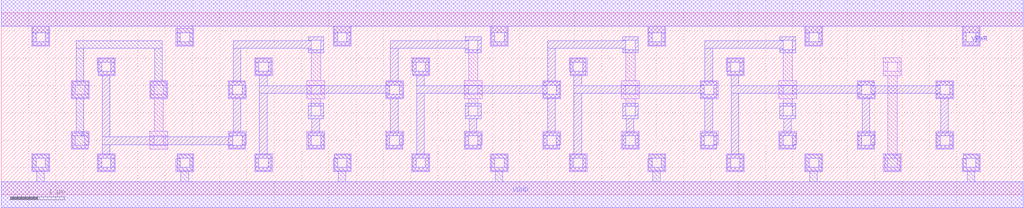
<source format=lef>
VERSION 5.7 ;
  NOWIREEXTENSIONATPIN ON ;
  DIVIDERCHAR "/" ;
  BUSBITCHARS "[]" ;
MACRO CLKBUF2
  CLASS CORE ;
  FOREIGN CLKBUF2 ;
  ORIGIN 0.000 0.000 ;
  SIZE 18.720 BY 3.330 ;
  SYMMETRY X Y R90 ;
  SITE unit ;
  PIN VPWR
    DIRECTION INOUT ;
    USE POWER ;
    SHAPE ABUTMENT ;
    PORT
      LAYER met1 ;
        RECT 0.000 3.090 18.720 3.570 ;
        RECT 0.580 2.970 0.870 3.090 ;
        RECT 0.580 2.800 0.640 2.970 ;
        RECT 0.810 2.800 0.870 2.970 ;
        RECT 0.580 2.740 0.870 2.800 ;
        RECT 3.220 2.970 3.510 3.090 ;
        RECT 3.220 2.800 3.280 2.970 ;
        RECT 3.450 2.800 3.510 2.970 ;
        RECT 3.220 2.740 3.510 2.800 ;
        RECT 6.100 2.970 6.390 3.090 ;
        RECT 6.100 2.800 6.160 2.970 ;
        RECT 6.330 2.800 6.390 2.970 ;
        RECT 6.100 2.740 6.390 2.800 ;
        RECT 8.980 2.970 9.270 3.090 ;
        RECT 8.980 2.800 9.040 2.970 ;
        RECT 9.210 2.800 9.270 2.970 ;
        RECT 8.980 2.740 9.270 2.800 ;
        RECT 11.860 2.970 12.150 3.090 ;
        RECT 11.860 2.800 11.920 2.970 ;
        RECT 12.090 2.800 12.150 2.970 ;
        RECT 11.860 2.740 12.150 2.800 ;
        RECT 14.740 2.970 15.030 3.090 ;
        RECT 14.740 2.800 14.800 2.970 ;
        RECT 14.970 2.800 15.030 2.970 ;
        RECT 14.740 2.740 15.030 2.800 ;
        RECT 17.620 2.970 17.910 3.090 ;
        RECT 17.620 2.800 17.680 2.970 ;
        RECT 17.850 2.800 17.910 2.970 ;
        RECT 17.620 2.740 17.910 2.800 ;
    END
    PORT
      LAYER li1 ;
        RECT 0.000 3.090 18.720 3.570 ;
        RECT 0.560 2.970 0.890 3.090 ;
        RECT 0.560 2.800 0.640 2.970 ;
        RECT 0.810 2.800 0.890 2.970 ;
        RECT 0.560 2.720 0.890 2.800 ;
        RECT 6.080 2.970 6.410 3.090 ;
        RECT 6.080 2.800 6.160 2.970 ;
        RECT 6.330 2.800 6.410 2.970 ;
        RECT 6.080 2.720 6.410 2.800 ;
        RECT 8.960 2.970 9.290 3.090 ;
        RECT 8.960 2.800 9.040 2.970 ;
        RECT 9.210 2.800 9.290 2.970 ;
        RECT 8.960 2.720 9.290 2.800 ;
        RECT 11.840 2.970 12.170 3.090 ;
        RECT 11.840 2.800 11.920 2.970 ;
        RECT 12.090 2.800 12.170 2.970 ;
        RECT 11.840 2.720 12.170 2.800 ;
        RECT 14.720 2.970 15.050 3.090 ;
        RECT 14.720 2.800 14.800 2.970 ;
        RECT 14.970 2.800 15.050 2.970 ;
        RECT 14.720 2.720 15.050 2.800 ;
        RECT 17.600 2.970 17.930 3.090 ;
        RECT 17.600 2.800 17.680 2.970 ;
        RECT 17.850 2.800 17.930 2.970 ;
        RECT 17.600 2.720 17.930 2.800 ;
    END
  END VPWR
  PIN VGND
    DIRECTION INOUT ;
    USE GROUND ;
    SHAPE ABUTMENT ;
    PORT
      LAYER met1 ;
        RECT 0.580 0.670 0.870 0.730 ;
        RECT 0.580 0.500 0.640 0.670 ;
        RECT 0.810 0.500 0.870 0.670 ;
        RECT 0.580 0.440 0.870 0.500 ;
        RECT 3.220 0.670 3.510 0.730 ;
        RECT 3.220 0.500 3.280 0.670 ;
        RECT 3.450 0.500 3.510 0.670 ;
        RECT 3.220 0.440 3.510 0.500 ;
        RECT 6.100 0.670 6.390 0.730 ;
        RECT 6.100 0.500 6.160 0.670 ;
        RECT 6.330 0.500 6.390 0.670 ;
        RECT 6.100 0.440 6.390 0.500 ;
        RECT 8.980 0.670 9.270 0.730 ;
        RECT 8.980 0.500 9.040 0.670 ;
        RECT 9.210 0.500 9.270 0.670 ;
        RECT 8.980 0.440 9.270 0.500 ;
        RECT 11.860 0.670 12.150 0.730 ;
        RECT 11.860 0.500 11.920 0.670 ;
        RECT 12.090 0.500 12.150 0.670 ;
        RECT 11.860 0.440 12.150 0.500 ;
        RECT 14.740 0.670 15.030 0.730 ;
        RECT 14.740 0.500 14.800 0.670 ;
        RECT 14.970 0.500 15.030 0.670 ;
        RECT 14.740 0.440 15.030 0.500 ;
        RECT 17.620 0.670 17.910 0.730 ;
        RECT 17.620 0.500 17.680 0.670 ;
        RECT 17.850 0.500 17.910 0.670 ;
        RECT 17.620 0.440 17.910 0.500 ;
        RECT 0.650 0.240 0.790 0.440 ;
        RECT 3.290 0.240 3.430 0.440 ;
        RECT 6.170 0.240 6.310 0.440 ;
        RECT 9.050 0.240 9.190 0.440 ;
        RECT 11.930 0.240 12.070 0.440 ;
        RECT 14.810 0.240 14.950 0.440 ;
        RECT 17.690 0.240 17.830 0.440 ;
        RECT 0.000 -0.240 18.720 0.240 ;
    END
    PORT
      LAYER li1 ;
        RECT 0.000 -0.240 18.720 0.240 ;
    END
  END VGND
  PIN Y
    DIRECTION INOUT ;
    USE SIGNAL ;
    SHAPE ABUTMENT ;
    PORT
      LAYER met1 ;
        RECT 16.180 0.440 16.470 0.730 ;
    END
  END Y
  PIN A
    DIRECTION INOUT ;
    USE SIGNAL ;
    SHAPE ABUTMENT ;
    PORT
      LAYER met1 ;
        RECT 1.370 2.680 2.950 2.820 ;
        RECT 1.370 2.070 1.510 2.680 ;
        RECT 2.810 2.070 2.950 2.680 ;
        RECT 1.300 1.780 1.590 2.070 ;
        RECT 2.740 1.780 3.030 2.070 ;
        RECT 1.370 1.140 1.510 1.780 ;
        RECT 1.300 0.850 1.590 1.140 ;
    END
  END A
  OBS
      LAYER li1 ;
        RECT 3.200 2.970 3.530 3.050 ;
        RECT 3.200 2.800 3.280 2.970 ;
        RECT 3.450 2.800 3.530 2.970 ;
        RECT 3.200 2.720 3.530 2.800 ;
        RECT 1.760 2.430 2.090 2.510 ;
        RECT 1.760 2.260 1.840 2.430 ;
        RECT 2.010 2.260 2.090 2.430 ;
        RECT 1.780 2.180 2.090 2.260 ;
        RECT 4.640 2.430 4.970 2.510 ;
        RECT 4.640 2.260 4.720 2.430 ;
        RECT 4.890 2.260 4.970 2.430 ;
        RECT 4.640 2.180 4.970 2.260 ;
        RECT 5.680 2.090 5.850 2.660 ;
        RECT 7.520 2.430 7.850 2.510 ;
        RECT 7.520 2.260 7.600 2.430 ;
        RECT 7.770 2.260 7.850 2.430 ;
        RECT 7.540 2.180 7.850 2.260 ;
        RECT 8.560 2.090 8.730 2.660 ;
        RECT 10.400 2.430 10.730 2.510 ;
        RECT 10.400 2.260 10.480 2.430 ;
        RECT 10.650 2.260 10.730 2.430 ;
        RECT 10.420 2.180 10.730 2.260 ;
        RECT 11.440 2.090 11.610 2.660 ;
        RECT 13.280 2.430 13.610 2.510 ;
        RECT 13.280 2.260 13.360 2.430 ;
        RECT 13.530 2.260 13.610 2.430 ;
        RECT 13.300 2.180 13.610 2.260 ;
        RECT 14.320 2.090 14.490 2.660 ;
        RECT 16.160 2.430 16.490 2.510 ;
        RECT 16.160 2.260 16.240 2.430 ;
        RECT 16.410 2.260 16.490 2.430 ;
        RECT 16.160 2.180 16.490 2.260 ;
        RECT 1.280 2.010 1.610 2.090 ;
        RECT 1.280 1.840 1.360 2.010 ;
        RECT 1.530 1.840 1.610 2.010 ;
        RECT 1.280 1.760 1.610 1.840 ;
        RECT 2.720 2.010 3.050 2.090 ;
        RECT 2.720 1.840 2.800 2.010 ;
        RECT 2.970 1.840 3.050 2.010 ;
        RECT 2.720 1.760 3.050 1.840 ;
        RECT 4.160 2.010 4.470 2.090 ;
        RECT 5.600 2.010 5.930 2.090 ;
        RECT 4.160 1.840 4.240 2.010 ;
        RECT 4.410 1.840 4.490 2.010 ;
        RECT 4.160 1.760 4.490 1.840 ;
        RECT 5.600 1.840 5.680 2.010 ;
        RECT 5.850 1.840 5.930 2.010 ;
        RECT 5.600 1.760 5.930 1.840 ;
        RECT 7.040 2.010 7.370 2.090 ;
        RECT 7.040 1.840 7.120 2.010 ;
        RECT 7.290 1.840 7.370 2.010 ;
        RECT 7.040 1.760 7.370 1.840 ;
        RECT 8.480 2.010 8.810 2.090 ;
        RECT 8.480 1.840 8.560 2.010 ;
        RECT 8.730 1.840 8.810 2.010 ;
        RECT 8.480 1.760 8.810 1.840 ;
        RECT 9.920 2.010 10.250 2.090 ;
        RECT 9.920 1.840 10.000 2.010 ;
        RECT 10.170 1.840 10.250 2.010 ;
        RECT 9.920 1.760 10.250 1.840 ;
        RECT 11.360 2.010 11.690 2.090 ;
        RECT 11.360 1.840 11.440 2.010 ;
        RECT 11.610 1.840 11.690 2.010 ;
        RECT 11.360 1.760 11.690 1.840 ;
        RECT 12.800 2.010 13.130 2.090 ;
        RECT 12.800 1.840 12.880 2.010 ;
        RECT 13.050 1.840 13.130 2.010 ;
        RECT 12.800 1.760 13.130 1.840 ;
        RECT 14.240 2.010 14.570 2.090 ;
        RECT 14.240 1.840 14.320 2.010 ;
        RECT 14.490 1.840 14.570 2.010 ;
        RECT 14.240 1.760 14.570 1.840 ;
        RECT 15.680 2.010 15.990 2.090 ;
        RECT 15.680 1.840 15.760 2.010 ;
        RECT 15.930 1.840 16.010 2.010 ;
        RECT 15.680 1.760 16.010 1.840 ;
        RECT 2.800 1.160 2.970 1.760 ;
        RECT 5.680 1.620 5.850 1.760 ;
        RECT 8.560 1.620 8.730 1.760 ;
        RECT 11.440 1.620 11.610 1.760 ;
        RECT 14.320 1.620 14.490 1.760 ;
        RECT 1.280 1.080 1.610 1.160 ;
        RECT 1.280 0.910 1.360 1.080 ;
        RECT 1.530 0.920 1.610 1.080 ;
        RECT 2.720 1.080 3.050 1.160 ;
        RECT 1.530 0.910 1.590 0.920 ;
        RECT 1.280 0.830 1.590 0.910 ;
        RECT 2.720 0.910 2.800 1.080 ;
        RECT 2.970 0.910 3.050 1.080 ;
        RECT 2.720 0.830 3.050 0.910 ;
        RECT 4.160 1.080 4.490 1.160 ;
        RECT 4.160 0.910 4.240 1.080 ;
        RECT 4.410 0.920 4.490 1.080 ;
        RECT 5.600 1.080 5.930 1.160 ;
        RECT 4.410 0.910 4.470 0.920 ;
        RECT 4.160 0.830 4.470 0.910 ;
        RECT 5.600 0.910 5.680 1.080 ;
        RECT 5.850 0.910 5.930 1.080 ;
        RECT 5.600 0.830 5.930 0.910 ;
        RECT 7.040 1.080 7.370 1.160 ;
        RECT 7.040 0.910 7.120 1.080 ;
        RECT 7.290 0.920 7.370 1.080 ;
        RECT 8.480 1.080 8.810 1.160 ;
        RECT 7.290 0.910 7.350 0.920 ;
        RECT 7.040 0.830 7.350 0.910 ;
        RECT 8.480 0.910 8.560 1.080 ;
        RECT 8.730 0.920 8.810 1.080 ;
        RECT 9.920 1.080 10.250 1.160 ;
        RECT 8.730 0.910 8.790 0.920 ;
        RECT 8.480 0.830 8.790 0.910 ;
        RECT 9.920 0.910 10.000 1.080 ;
        RECT 10.170 0.920 10.250 1.080 ;
        RECT 11.360 1.080 11.690 1.160 ;
        RECT 10.170 0.910 10.230 0.920 ;
        RECT 9.920 0.830 10.230 0.910 ;
        RECT 11.360 0.910 11.440 1.080 ;
        RECT 11.610 0.910 11.690 1.080 ;
        RECT 11.360 0.830 11.690 0.910 ;
        RECT 12.800 1.080 13.130 1.160 ;
        RECT 12.800 0.910 12.880 1.080 ;
        RECT 13.050 0.920 13.130 1.080 ;
        RECT 14.240 1.080 14.570 1.160 ;
        RECT 13.050 0.910 13.110 0.920 ;
        RECT 12.800 0.830 13.110 0.910 ;
        RECT 14.240 0.910 14.320 1.080 ;
        RECT 14.490 0.920 14.570 1.080 ;
        RECT 15.680 1.080 16.010 1.160 ;
        RECT 14.490 0.910 14.550 0.920 ;
        RECT 14.240 0.830 14.550 0.910 ;
        RECT 15.680 0.910 15.760 1.080 ;
        RECT 15.930 0.920 16.010 1.080 ;
        RECT 15.930 0.910 15.990 0.920 ;
        RECT 15.680 0.830 15.990 0.910 ;
        RECT 16.240 0.750 16.410 2.180 ;
        RECT 17.120 2.010 17.450 2.090 ;
        RECT 17.120 1.840 17.200 2.010 ;
        RECT 17.370 1.840 17.450 2.010 ;
        RECT 17.120 1.760 17.450 1.840 ;
        RECT 17.120 1.080 17.450 1.160 ;
        RECT 17.120 0.910 17.200 1.080 ;
        RECT 17.370 0.910 17.450 1.080 ;
        RECT 17.120 0.830 17.450 0.910 ;
        RECT 0.560 0.670 0.890 0.750 ;
        RECT 0.560 0.500 0.640 0.670 ;
        RECT 0.810 0.500 0.890 0.670 ;
        RECT 0.560 0.420 0.890 0.500 ;
        RECT 1.760 0.670 2.090 0.750 ;
        RECT 1.760 0.500 1.840 0.670 ;
        RECT 2.010 0.500 2.090 0.670 ;
        RECT 3.220 0.670 3.530 0.750 ;
        RECT 3.220 0.660 3.280 0.670 ;
        RECT 1.760 0.420 2.090 0.500 ;
        RECT 3.200 0.500 3.280 0.660 ;
        RECT 3.450 0.500 3.530 0.670 ;
        RECT 3.200 0.420 3.530 0.500 ;
        RECT 4.640 0.670 4.970 0.750 ;
        RECT 4.640 0.500 4.720 0.670 ;
        RECT 4.890 0.500 4.970 0.670 ;
        RECT 6.100 0.670 6.410 0.750 ;
        RECT 6.100 0.660 6.160 0.670 ;
        RECT 4.640 0.420 4.970 0.500 ;
        RECT 6.080 0.500 6.160 0.660 ;
        RECT 6.330 0.500 6.410 0.670 ;
        RECT 6.080 0.420 6.410 0.500 ;
        RECT 7.520 0.670 7.850 0.750 ;
        RECT 7.520 0.500 7.600 0.670 ;
        RECT 7.770 0.500 7.850 0.670 ;
        RECT 7.520 0.420 7.850 0.500 ;
        RECT 8.960 0.670 9.290 0.750 ;
        RECT 8.960 0.500 9.040 0.670 ;
        RECT 9.210 0.500 9.290 0.670 ;
        RECT 8.960 0.420 9.290 0.500 ;
        RECT 10.400 0.670 10.730 0.750 ;
        RECT 10.400 0.500 10.480 0.670 ;
        RECT 10.650 0.500 10.730 0.670 ;
        RECT 11.860 0.670 12.170 0.750 ;
        RECT 11.860 0.660 11.920 0.670 ;
        RECT 10.400 0.420 10.730 0.500 ;
        RECT 11.840 0.500 11.920 0.660 ;
        RECT 12.090 0.500 12.170 0.670 ;
        RECT 11.840 0.420 12.170 0.500 ;
        RECT 13.280 0.670 13.610 0.750 ;
        RECT 13.280 0.500 13.360 0.670 ;
        RECT 13.530 0.500 13.610 0.670 ;
        RECT 13.280 0.420 13.610 0.500 ;
        RECT 14.720 0.670 15.050 0.750 ;
        RECT 14.720 0.500 14.800 0.670 ;
        RECT 14.970 0.500 15.050 0.670 ;
        RECT 14.720 0.420 15.050 0.500 ;
        RECT 16.160 0.670 16.490 0.750 ;
        RECT 16.160 0.500 16.240 0.670 ;
        RECT 16.410 0.500 16.490 0.670 ;
        RECT 17.620 0.670 17.930 0.750 ;
        RECT 17.620 0.660 17.680 0.670 ;
        RECT 16.160 0.420 16.490 0.500 ;
        RECT 17.600 0.500 17.680 0.660 ;
        RECT 17.850 0.500 17.930 0.670 ;
        RECT 17.600 0.420 17.930 0.500 ;
      LAYER met1 ;
        RECT 5.620 2.830 5.910 2.890 ;
        RECT 5.620 2.820 5.680 2.830 ;
        RECT 4.250 2.680 5.680 2.820 ;
        RECT 1.780 2.430 2.070 2.490 ;
        RECT 1.780 2.260 1.840 2.430 ;
        RECT 2.010 2.260 2.070 2.430 ;
        RECT 1.780 2.200 2.070 2.260 ;
        RECT 1.850 1.060 1.990 2.200 ;
        RECT 4.250 2.070 4.390 2.680 ;
        RECT 5.620 2.660 5.680 2.680 ;
        RECT 5.850 2.660 5.910 2.830 ;
        RECT 8.500 2.830 8.790 2.890 ;
        RECT 8.500 2.820 8.560 2.830 ;
        RECT 5.620 2.600 5.910 2.660 ;
        RECT 7.130 2.680 8.560 2.820 ;
        RECT 4.660 2.430 4.950 2.490 ;
        RECT 4.660 2.260 4.720 2.430 ;
        RECT 4.890 2.260 4.950 2.430 ;
        RECT 4.660 2.200 4.950 2.260 ;
        RECT 4.180 2.010 4.470 2.070 ;
        RECT 4.180 1.840 4.240 2.010 ;
        RECT 4.410 1.840 4.470 2.010 ;
        RECT 4.180 1.780 4.470 1.840 ;
        RECT 4.730 2.000 4.870 2.200 ;
        RECT 7.130 2.070 7.270 2.680 ;
        RECT 8.500 2.660 8.560 2.680 ;
        RECT 8.730 2.660 8.790 2.830 ;
        RECT 11.380 2.830 11.670 2.890 ;
        RECT 11.380 2.820 11.440 2.830 ;
        RECT 8.500 2.600 8.790 2.660 ;
        RECT 10.010 2.680 11.440 2.820 ;
        RECT 7.540 2.430 7.830 2.490 ;
        RECT 7.540 2.260 7.600 2.430 ;
        RECT 7.770 2.260 7.830 2.430 ;
        RECT 7.540 2.200 7.830 2.260 ;
        RECT 7.060 2.010 7.350 2.070 ;
        RECT 7.060 2.000 7.120 2.010 ;
        RECT 4.730 1.860 7.120 2.000 ;
        RECT 4.250 1.140 4.390 1.780 ;
        RECT 4.180 1.080 4.470 1.140 ;
        RECT 4.180 1.060 4.240 1.080 ;
        RECT 1.850 0.920 4.240 1.060 ;
        RECT 1.850 0.730 1.990 0.920 ;
        RECT 4.180 0.910 4.240 0.920 ;
        RECT 4.410 0.910 4.470 1.080 ;
        RECT 4.180 0.850 4.470 0.910 ;
        RECT 4.730 0.730 4.870 1.860 ;
        RECT 7.060 1.840 7.120 1.860 ;
        RECT 7.290 1.840 7.350 2.010 ;
        RECT 7.060 1.780 7.350 1.840 ;
        RECT 7.610 2.000 7.750 2.200 ;
        RECT 10.010 2.070 10.150 2.680 ;
        RECT 11.380 2.660 11.440 2.680 ;
        RECT 11.610 2.660 11.670 2.830 ;
        RECT 14.260 2.830 14.550 2.890 ;
        RECT 14.260 2.820 14.320 2.830 ;
        RECT 11.380 2.600 11.670 2.660 ;
        RECT 12.890 2.680 14.320 2.820 ;
        RECT 10.420 2.430 10.710 2.490 ;
        RECT 10.420 2.260 10.480 2.430 ;
        RECT 10.650 2.260 10.710 2.430 ;
        RECT 10.420 2.200 10.710 2.260 ;
        RECT 9.940 2.010 10.230 2.070 ;
        RECT 9.940 2.000 10.000 2.010 ;
        RECT 7.610 1.860 10.000 2.000 ;
        RECT 5.620 1.620 5.910 1.680 ;
        RECT 5.620 1.450 5.680 1.620 ;
        RECT 5.850 1.450 5.910 1.620 ;
        RECT 5.620 1.390 5.910 1.450 ;
        RECT 5.690 1.140 5.830 1.390 ;
        RECT 7.130 1.140 7.270 1.780 ;
        RECT 5.620 1.080 5.910 1.140 ;
        RECT 5.620 0.910 5.680 1.080 ;
        RECT 5.850 0.910 5.910 1.080 ;
        RECT 5.620 0.850 5.910 0.910 ;
        RECT 7.060 1.080 7.350 1.140 ;
        RECT 7.060 0.910 7.120 1.080 ;
        RECT 7.290 0.910 7.350 1.080 ;
        RECT 7.060 0.850 7.350 0.910 ;
        RECT 7.610 0.730 7.750 1.860 ;
        RECT 9.940 1.840 10.000 1.860 ;
        RECT 10.170 1.840 10.230 2.010 ;
        RECT 9.940 1.780 10.230 1.840 ;
        RECT 10.490 2.000 10.630 2.200 ;
        RECT 12.890 2.070 13.030 2.680 ;
        RECT 14.260 2.660 14.320 2.680 ;
        RECT 14.490 2.660 14.550 2.830 ;
        RECT 14.260 2.600 14.550 2.660 ;
        RECT 13.300 2.430 13.590 2.490 ;
        RECT 13.300 2.260 13.360 2.430 ;
        RECT 13.530 2.260 13.590 2.430 ;
        RECT 13.300 2.200 13.590 2.260 ;
        RECT 12.820 2.010 13.110 2.070 ;
        RECT 12.820 2.000 12.880 2.010 ;
        RECT 10.490 1.860 12.880 2.000 ;
        RECT 8.500 1.620 8.790 1.680 ;
        RECT 8.500 1.450 8.560 1.620 ;
        RECT 8.730 1.450 8.790 1.620 ;
        RECT 8.500 1.390 8.790 1.450 ;
        RECT 8.570 1.140 8.710 1.390 ;
        RECT 10.010 1.140 10.150 1.780 ;
        RECT 8.500 1.080 8.790 1.140 ;
        RECT 8.500 0.910 8.560 1.080 ;
        RECT 8.730 0.910 8.790 1.080 ;
        RECT 8.500 0.850 8.790 0.910 ;
        RECT 9.940 1.080 10.230 1.140 ;
        RECT 9.940 0.910 10.000 1.080 ;
        RECT 10.170 0.910 10.230 1.080 ;
        RECT 9.940 0.850 10.230 0.910 ;
        RECT 10.490 0.730 10.630 1.860 ;
        RECT 12.820 1.840 12.880 1.860 ;
        RECT 13.050 1.840 13.110 2.010 ;
        RECT 12.820 1.780 13.110 1.840 ;
        RECT 13.370 2.000 13.510 2.200 ;
        RECT 15.700 2.010 15.990 2.070 ;
        RECT 15.700 2.000 15.760 2.010 ;
        RECT 13.370 1.860 15.760 2.000 ;
        RECT 11.380 1.620 11.670 1.680 ;
        RECT 11.380 1.450 11.440 1.620 ;
        RECT 11.610 1.450 11.670 1.620 ;
        RECT 11.380 1.390 11.670 1.450 ;
        RECT 11.450 1.140 11.590 1.390 ;
        RECT 12.890 1.140 13.030 1.780 ;
        RECT 11.380 1.080 11.670 1.140 ;
        RECT 11.380 0.910 11.440 1.080 ;
        RECT 11.610 0.910 11.670 1.080 ;
        RECT 11.380 0.850 11.670 0.910 ;
        RECT 12.820 1.080 13.110 1.140 ;
        RECT 12.820 0.910 12.880 1.080 ;
        RECT 13.050 0.910 13.110 1.080 ;
        RECT 12.820 0.850 13.110 0.910 ;
        RECT 13.370 0.730 13.510 1.860 ;
        RECT 15.700 1.840 15.760 1.860 ;
        RECT 15.930 2.000 15.990 2.010 ;
        RECT 17.140 2.010 17.430 2.070 ;
        RECT 17.140 2.000 17.200 2.010 ;
        RECT 15.930 1.860 17.200 2.000 ;
        RECT 15.930 1.840 15.990 1.860 ;
        RECT 15.700 1.780 15.990 1.840 ;
        RECT 17.140 1.840 17.200 1.860 ;
        RECT 17.370 1.840 17.430 2.010 ;
        RECT 17.140 1.780 17.430 1.840 ;
        RECT 14.260 1.620 14.550 1.680 ;
        RECT 14.260 1.450 14.320 1.620 ;
        RECT 14.490 1.450 14.550 1.620 ;
        RECT 14.260 1.390 14.550 1.450 ;
        RECT 14.330 1.140 14.470 1.390 ;
        RECT 15.770 1.140 15.910 1.780 ;
        RECT 17.210 1.140 17.350 1.780 ;
        RECT 14.260 1.080 14.550 1.140 ;
        RECT 14.260 0.910 14.320 1.080 ;
        RECT 14.490 0.910 14.550 1.080 ;
        RECT 14.260 0.850 14.550 0.910 ;
        RECT 15.700 1.080 15.990 1.140 ;
        RECT 15.700 0.910 15.760 1.080 ;
        RECT 15.930 0.910 15.990 1.080 ;
        RECT 15.700 0.850 15.990 0.910 ;
        RECT 17.140 1.080 17.430 1.140 ;
        RECT 17.140 0.910 17.200 1.080 ;
        RECT 17.370 0.910 17.430 1.080 ;
        RECT 17.140 0.850 17.430 0.910 ;
        RECT 1.780 0.670 2.070 0.730 ;
        RECT 1.780 0.500 1.840 0.670 ;
        RECT 2.010 0.500 2.070 0.670 ;
        RECT 1.780 0.440 2.070 0.500 ;
        RECT 4.660 0.670 4.950 0.730 ;
        RECT 4.660 0.500 4.720 0.670 ;
        RECT 4.890 0.500 4.950 0.670 ;
        RECT 4.660 0.440 4.950 0.500 ;
        RECT 7.540 0.670 7.830 0.730 ;
        RECT 7.540 0.500 7.600 0.670 ;
        RECT 7.770 0.500 7.830 0.670 ;
        RECT 7.540 0.440 7.830 0.500 ;
        RECT 10.420 0.670 10.710 0.730 ;
        RECT 10.420 0.500 10.480 0.670 ;
        RECT 10.650 0.500 10.710 0.670 ;
        RECT 10.420 0.440 10.710 0.500 ;
        RECT 13.300 0.670 13.590 0.730 ;
        RECT 13.300 0.500 13.360 0.670 ;
        RECT 13.530 0.500 13.590 0.670 ;
        RECT 13.300 0.440 13.590 0.500 ;
  END
END CLKBUF2
END LIBRARY


</source>
